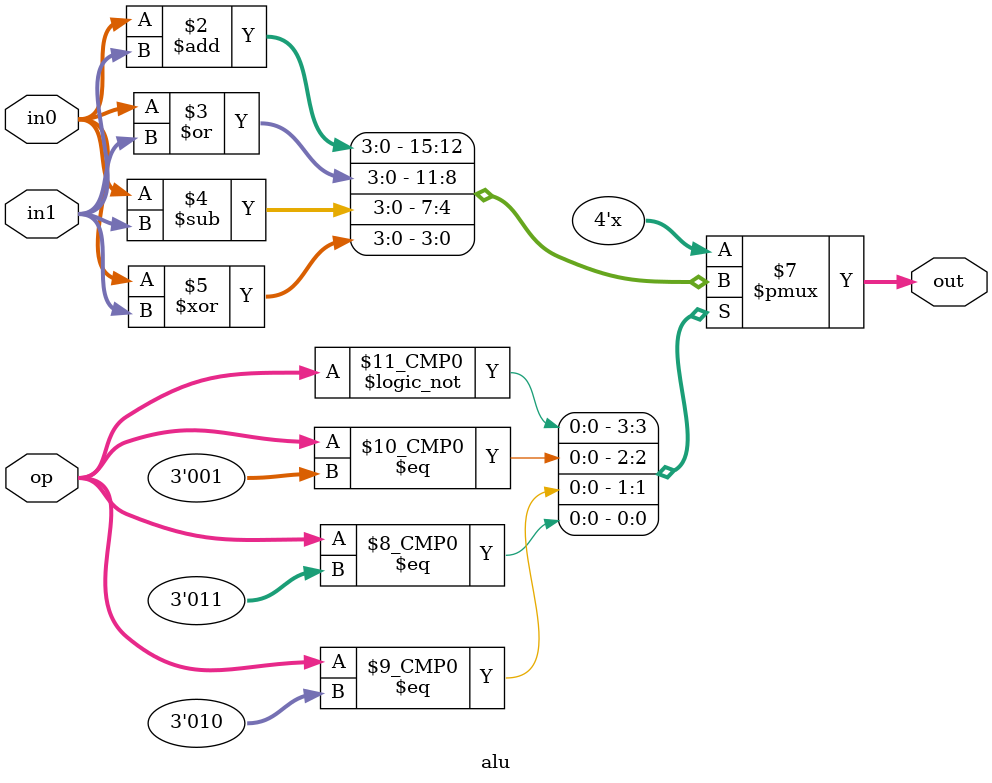
<source format=v>
module alu(in0, in1, op, out);
    parameter N = 4;
    input [N-1:0] in0, in1;
    input [2:0] op;
    output reg [N-1:0] out;
    always @(*) begin
        case(op)
            2'b00 : out = in0 + in1; 
            2'b01 : out = in0 | in1; 
            2'b10 : out = in0 - in1; 
            2'b11 : out = in0 ^ in1; 
        endcase
    end


endmodule
</source>
